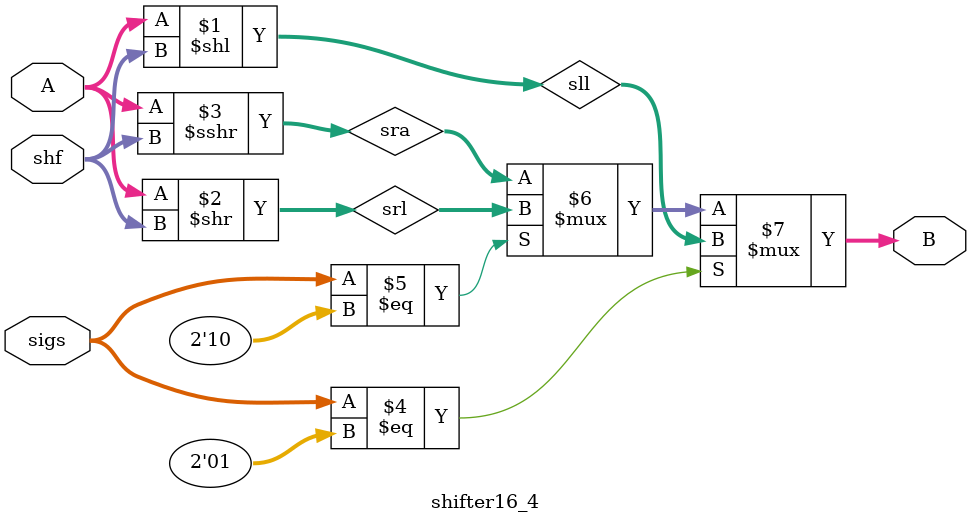
<source format=v>
/* a shifter. Input 16 bits, shift 4 bits
  shift A by shf bits
  signal control table
  instr  s0  s1
  SLL    1   0
  SRL    0   1
  SRA    1   1  */
  

module shifter16_4(A, shf, sigs, B);
  input[15:0] A;
  input[3:0] shf;
  input[1:0] sigs;
  output[15:0] B;

  wire[15:0] sll, srl, sra;
  assign sll = A << shf;
  assign srl = A >> shf;
  assign sra = $signed(A) >>> shf; 
  assign B = (sigs == 2'b01) ? sll : ((sigs == 2'b10) ? srl : sra);
  
  
endmodule 

</source>
